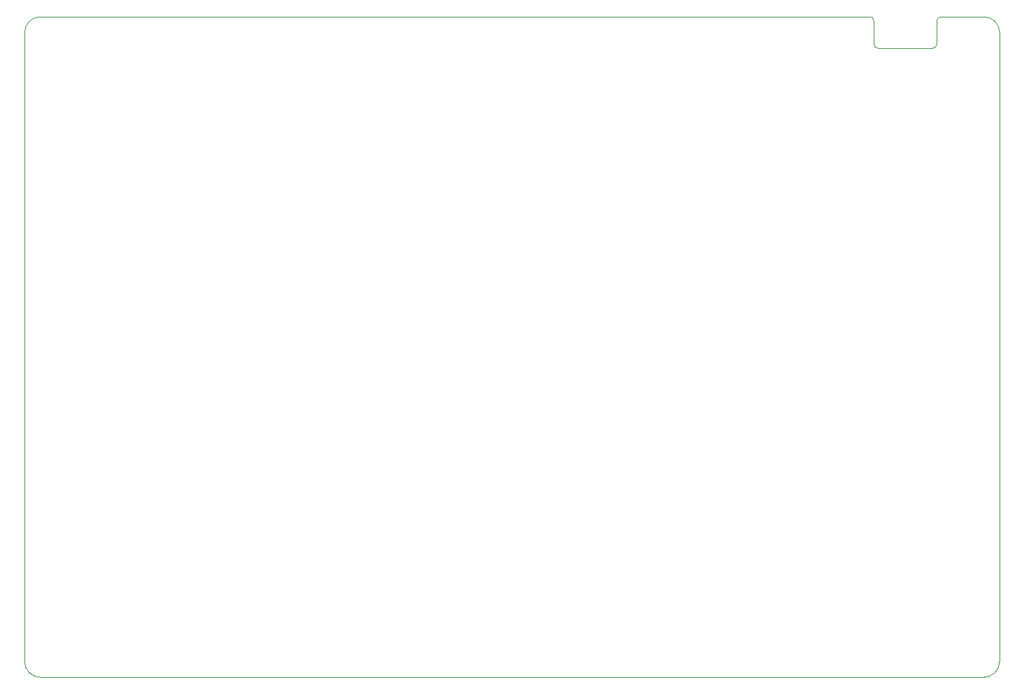
<source format=gbr>
%TF.GenerationSoftware,KiCad,Pcbnew,(5.1.10)-1*%
%TF.CreationDate,2021-05-18T00:23:09+09:00*%
%TF.ProjectId,intro21,696e7472-6f32-4312-9e6b-696361645f70,rev?*%
%TF.SameCoordinates,Original*%
%TF.FileFunction,Profile,NP*%
%FSLAX46Y46*%
G04 Gerber Fmt 4.6, Leading zero omitted, Abs format (unit mm)*
G04 Created by KiCad (PCBNEW (5.1.10)-1) date 2021-05-18 00:23:09*
%MOMM*%
%LPD*%
G01*
G04 APERTURE LIST*
%TA.AperFunction,Profile*%
%ADD10C,0.050000*%
%TD*%
G04 APERTURE END LIST*
D10*
X192525650Y-64149900D02*
G75*
G02*
X193025650Y-64649900I0J-500000D01*
G01*
X193525650Y-67959900D02*
G75*
G02*
X193025650Y-67459900I0J500000D01*
G01*
X200645650Y-67459900D02*
G75*
G02*
X200145650Y-67959900I-500000J0D01*
G01*
X200645650Y-64649900D02*
G75*
G02*
X201145650Y-64149900I500000J0D01*
G01*
X201145650Y-64149900D02*
X206360650Y-64149900D01*
X200645650Y-67459900D02*
X200645650Y-64649900D01*
X193525650Y-67959900D02*
X200145650Y-67959900D01*
X193025650Y-64649900D02*
X193025650Y-67459900D01*
X208265650Y-142254900D02*
X208265650Y-66054900D01*
X92060650Y-144159900D02*
X206360650Y-144159900D01*
X90155650Y-142254900D02*
X90155650Y-66054900D01*
X92060650Y-144159900D02*
G75*
G02*
X90155650Y-142254900I0J1905000D01*
G01*
X208265650Y-142254900D02*
G75*
G02*
X206360650Y-144159900I-1905000J0D01*
G01*
X206360650Y-64149900D02*
G75*
G02*
X208265650Y-66054900I0J-1905000D01*
G01*
X92060650Y-64149900D02*
X192525650Y-64149900D01*
X90155650Y-66054900D02*
G75*
G02*
X92060650Y-64149900I1905000J0D01*
G01*
M02*

</source>
